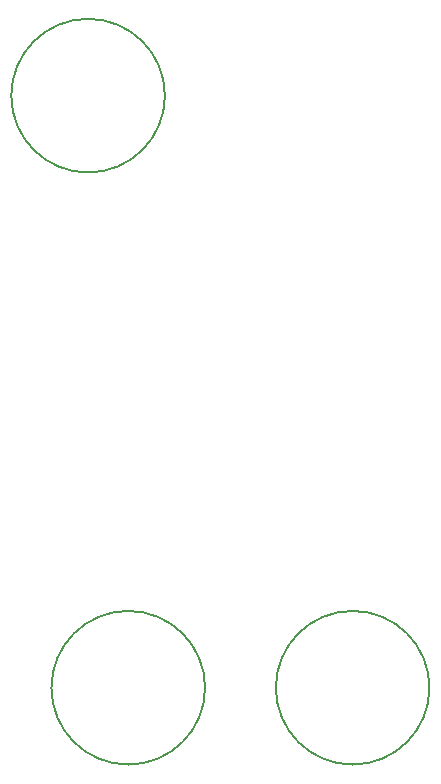
<source format=gbr>
G04 Layer_Color=16711935*
%FSLAX45Y45*%
%MOMM*%
%TF.FileFunction,Keep-out,Top*%
%TF.Part,Single*%
G01*
G75*
%TA.AperFunction,NonConductor*%
%ADD45C,0.12700*%
D45*
X2190481Y1487000D02*
G03*
X2190481Y1487000I-650481J0D01*
G01*
X1850480Y6500000D02*
G03*
X1850480Y6500000I-650481J0D01*
G01*
X4090481Y1487000D02*
G03*
X4090481Y1487000I-650481J0D01*
G01*
%TF.MD5,7ed917f75c080035dfc4ab96d819eb2b*%
M02*

</source>
